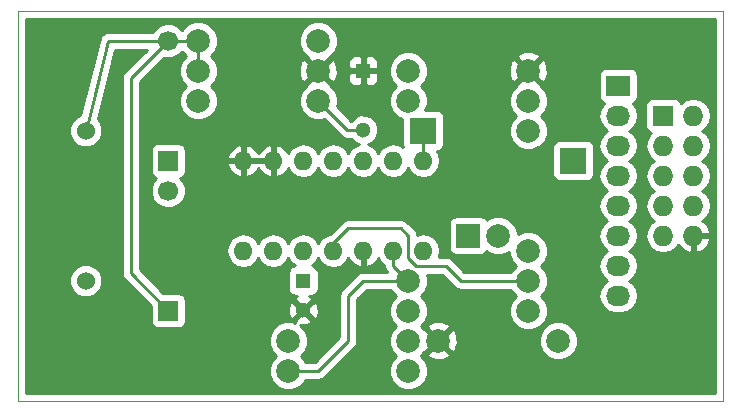
<source format=gbr>
G04 #@! TF.FileFunction,Copper,L2,Bot,Mixed*
%FSLAX46Y46*%
G04 Gerber Fmt 4.6, Leading zero omitted, Abs format (unit mm)*
G04 Created by KiCad (PCBNEW 4.0.1-stable) date Sonntag, 27. Dezember 2015 21:34:01*
%MOMM*%
G01*
G04 APERTURE LIST*
%ADD10C,0.100000*%
%ADD11R,1.300000X1.300000*%
%ADD12C,1.300000*%
%ADD13C,1.699260*%
%ADD14R,1.699260X1.699260*%
%ADD15R,2.000000X2.000000*%
%ADD16C,2.000000*%
%ADD17C,1.524000*%
%ADD18R,2.235200X2.235200*%
%ADD19R,2.032000X1.727200*%
%ADD20O,2.032000X1.727200*%
%ADD21R,1.727200X1.727200*%
%ADD22O,1.727200X1.727200*%
%ADD23C,1.998980*%
%ADD24O,1.600000X1.600000*%
%ADD25C,4.064000*%
%ADD26C,0.250000*%
%ADD27C,0.254000*%
G04 APERTURE END LIST*
D10*
X143510000Y-130810000D02*
X143510000Y-97790000D01*
X203200000Y-130810000D02*
X143510000Y-130810000D01*
X203200000Y-97790000D02*
X203200000Y-130810000D01*
X143510000Y-97790000D02*
X203200000Y-97790000D01*
D11*
X167640000Y-120650000D03*
D12*
X167640000Y-123150000D03*
D13*
X156207460Y-100329480D03*
D14*
X156207460Y-110489480D03*
D13*
X156207460Y-113029480D03*
D14*
X156207460Y-123189480D03*
D15*
X181610000Y-116840000D03*
D16*
X184150000Y-116840000D03*
D17*
X149225000Y-120650000D03*
X149225000Y-107950000D03*
D18*
X177800000Y-107950000D03*
X190500000Y-110490000D03*
D19*
X194310000Y-104140000D03*
D20*
X194310000Y-106680000D03*
X194310000Y-109220000D03*
X194310000Y-111760000D03*
X194310000Y-114300000D03*
X194310000Y-116840000D03*
X194310000Y-119380000D03*
X194310000Y-121920000D03*
D21*
X198120000Y-106680000D03*
D22*
X200660000Y-106680000D03*
X198120000Y-109220000D03*
X200660000Y-109220000D03*
X198120000Y-111760000D03*
X200660000Y-111760000D03*
X198120000Y-114300000D03*
X200660000Y-114300000D03*
X198120000Y-116840000D03*
X200660000Y-116840000D03*
D23*
X158750000Y-102870000D03*
X168910000Y-102870000D03*
X168910000Y-105410000D03*
X158750000Y-105410000D03*
X168910000Y-100330000D03*
X158750000Y-100330000D03*
X176530000Y-125730000D03*
X166370000Y-125730000D03*
X186690000Y-105410000D03*
X176530000Y-105410000D03*
X176530000Y-102870000D03*
X186690000Y-102870000D03*
X176530000Y-123190000D03*
X186690000Y-123190000D03*
X189230000Y-125730000D03*
X179070000Y-125730000D03*
X176530000Y-120650000D03*
X186690000Y-120650000D03*
X176530000Y-128270000D03*
X166370000Y-128270000D03*
X186690000Y-107950000D03*
X186690000Y-118110000D03*
D24*
X177800000Y-110490000D03*
X175260000Y-110490000D03*
X172720000Y-110490000D03*
X170180000Y-110490000D03*
X167640000Y-110490000D03*
X165100000Y-110490000D03*
X162560000Y-110490000D03*
X162560000Y-118110000D03*
X165100000Y-118110000D03*
X167640000Y-118110000D03*
X170180000Y-118110000D03*
X172720000Y-118110000D03*
X175260000Y-118110000D03*
X177800000Y-118110000D03*
D11*
X172720000Y-102870000D03*
D12*
X172720000Y-107870000D03*
D25*
X199390000Y-101600000D03*
X199390000Y-127000000D03*
X147320000Y-127000000D03*
X147320000Y-101600000D03*
D26*
X172720000Y-107870000D02*
X171370000Y-107870000D01*
X171370000Y-107870000D02*
X168910000Y-105410000D01*
X156207460Y-123189480D02*
X156207460Y-123187460D01*
X156207460Y-123187460D02*
X153035000Y-120015000D01*
X153035000Y-120015000D02*
X153035000Y-103501940D01*
X153035000Y-103501940D02*
X156207460Y-100329480D01*
X149225000Y-107950000D02*
X151130000Y-100330000D01*
X151130000Y-100330000D02*
X156206940Y-100330000D01*
X156206940Y-100330000D02*
X156207460Y-100329480D01*
X156207460Y-100329480D02*
X158749480Y-100329480D01*
X158749480Y-100329480D02*
X158750000Y-100330000D01*
X158750000Y-100330000D02*
X158750000Y-102870000D01*
X177800000Y-107950000D02*
X177800000Y-110490000D01*
X168910000Y-128270000D02*
X166370000Y-128270000D01*
X171450000Y-125730000D02*
X168910000Y-128270000D01*
X171450000Y-121920000D02*
X171450000Y-125730000D01*
X172720000Y-120650000D02*
X171450000Y-121920000D01*
X176530000Y-120650000D02*
X172720000Y-120650000D01*
X175260000Y-118110000D02*
X175260000Y-119380000D01*
X175260000Y-119380000D02*
X176530000Y-120650000D01*
X170180000Y-118110000D02*
X170180000Y-117475000D01*
X170180000Y-117475000D02*
X171450000Y-116205000D01*
X171450000Y-116205000D02*
X175895000Y-116205000D01*
X175895000Y-116205000D02*
X176530000Y-116840000D01*
X176530000Y-116840000D02*
X176530000Y-118745000D01*
X176530000Y-118745000D02*
X177165000Y-119380000D01*
X177165000Y-119380000D02*
X179705000Y-119380000D01*
X179705000Y-119380000D02*
X180975000Y-120650000D01*
X180975000Y-120650000D02*
X186690000Y-120650000D01*
D27*
G36*
X202515000Y-130125000D02*
X144195000Y-130125000D01*
X144195000Y-120926661D01*
X147827758Y-120926661D01*
X148039990Y-121440303D01*
X148432630Y-121833629D01*
X148945900Y-122046757D01*
X149501661Y-122047242D01*
X150015303Y-121835010D01*
X150408629Y-121442370D01*
X150621757Y-120929100D01*
X150622242Y-120373339D01*
X150410010Y-119859697D01*
X150017370Y-119466371D01*
X149504100Y-119253243D01*
X148948339Y-119252758D01*
X148434697Y-119464990D01*
X148041371Y-119857630D01*
X147828243Y-120370900D01*
X147827758Y-120926661D01*
X144195000Y-120926661D01*
X144195000Y-108226661D01*
X147827758Y-108226661D01*
X148039990Y-108740303D01*
X148432630Y-109133629D01*
X148945900Y-109346757D01*
X149501661Y-109347242D01*
X150015303Y-109135010D01*
X150408629Y-108742370D01*
X150621757Y-108229100D01*
X150622242Y-107673339D01*
X150410010Y-107159697D01*
X150246831Y-106996233D01*
X151723390Y-101090000D01*
X154372138Y-101090000D01*
X152497599Y-102964539D01*
X152332852Y-103211101D01*
X152275000Y-103501940D01*
X152275000Y-120015000D01*
X152332852Y-120305839D01*
X152497599Y-120552401D01*
X154710390Y-122765192D01*
X154710390Y-124039110D01*
X154754668Y-124274427D01*
X154893740Y-124490551D01*
X155105940Y-124635541D01*
X155357830Y-124686550D01*
X157057090Y-124686550D01*
X157292407Y-124642272D01*
X157508531Y-124503200D01*
X157653521Y-124291000D01*
X157704530Y-124039110D01*
X157704530Y-122969078D01*
X166342378Y-122969078D01*
X166371917Y-123479428D01*
X166510389Y-123813729D01*
X166740984Y-123869410D01*
X167460395Y-123150000D01*
X167819605Y-123150000D01*
X168539016Y-123869410D01*
X168769611Y-123813729D01*
X168937622Y-123330922D01*
X168908083Y-122820572D01*
X168769611Y-122486271D01*
X168539016Y-122430590D01*
X167819605Y-123150000D01*
X167460395Y-123150000D01*
X166740984Y-122430590D01*
X166510389Y-122486271D01*
X166342378Y-122969078D01*
X157704530Y-122969078D01*
X157704530Y-122339850D01*
X157660252Y-122104533D01*
X157521180Y-121888409D01*
X157308980Y-121743419D01*
X157057090Y-121692410D01*
X155787212Y-121692410D01*
X153795000Y-119700198D01*
X153795000Y-118081887D01*
X161125000Y-118081887D01*
X161125000Y-118138113D01*
X161234233Y-118687264D01*
X161545302Y-119152811D01*
X162010849Y-119463880D01*
X162560000Y-119573113D01*
X163109151Y-119463880D01*
X163574698Y-119152811D01*
X163830000Y-118770725D01*
X164085302Y-119152811D01*
X164550849Y-119463880D01*
X165100000Y-119573113D01*
X165649151Y-119463880D01*
X166114698Y-119152811D01*
X166370000Y-118770725D01*
X166625302Y-119152811D01*
X166938695Y-119362214D01*
X166754683Y-119396838D01*
X166538559Y-119535910D01*
X166393569Y-119748110D01*
X166342560Y-120000000D01*
X166342560Y-121300000D01*
X166386838Y-121535317D01*
X166525910Y-121751441D01*
X166738110Y-121896431D01*
X166990000Y-121947440D01*
X167152385Y-121947440D01*
X166976271Y-122020389D01*
X166920590Y-122250984D01*
X167640000Y-122970395D01*
X168359410Y-122250984D01*
X168303729Y-122020389D01*
X168094098Y-121947440D01*
X168290000Y-121947440D01*
X168525317Y-121903162D01*
X168741441Y-121764090D01*
X168886431Y-121551890D01*
X168937440Y-121300000D01*
X168937440Y-120000000D01*
X168893162Y-119764683D01*
X168754090Y-119548559D01*
X168541890Y-119403569D01*
X168340460Y-119362778D01*
X168654698Y-119152811D01*
X168910000Y-118770725D01*
X169165302Y-119152811D01*
X169630849Y-119463880D01*
X170180000Y-119573113D01*
X170729151Y-119463880D01*
X171194698Y-119152811D01*
X171464986Y-118748297D01*
X171567611Y-118965134D01*
X171982577Y-119341041D01*
X172370961Y-119501904D01*
X172593000Y-119379915D01*
X172593000Y-118237000D01*
X172573000Y-118237000D01*
X172573000Y-117983000D01*
X172593000Y-117983000D01*
X172593000Y-117963000D01*
X172847000Y-117963000D01*
X172847000Y-117983000D01*
X172867000Y-117983000D01*
X172867000Y-118237000D01*
X172847000Y-118237000D01*
X172847000Y-119379915D01*
X173069039Y-119501904D01*
X173457423Y-119341041D01*
X173872389Y-118965134D01*
X173975014Y-118748297D01*
X174245302Y-119152811D01*
X174500000Y-119322995D01*
X174500000Y-119380000D01*
X174557852Y-119670839D01*
X174704290Y-119890000D01*
X172720000Y-119890000D01*
X172429160Y-119947852D01*
X172182599Y-120112599D01*
X170912599Y-121382599D01*
X170747852Y-121629161D01*
X170690000Y-121920000D01*
X170690000Y-125415198D01*
X168595198Y-127510000D01*
X167824496Y-127510000D01*
X167756462Y-127345345D01*
X167411520Y-126999801D01*
X167754846Y-126657073D01*
X168004206Y-126056547D01*
X168004774Y-125406306D01*
X167756462Y-124805345D01*
X167367576Y-124415781D01*
X167459078Y-124447622D01*
X167969428Y-124418083D01*
X168303729Y-124279611D01*
X168359410Y-124049016D01*
X167640000Y-123329605D01*
X166920590Y-124049016D01*
X166958111Y-124204405D01*
X166696547Y-124095794D01*
X166046306Y-124095226D01*
X165445345Y-124343538D01*
X164985154Y-124802927D01*
X164735794Y-125403453D01*
X164735226Y-126053694D01*
X164983538Y-126654655D01*
X165328480Y-127000199D01*
X164985154Y-127342927D01*
X164735794Y-127943453D01*
X164735226Y-128593694D01*
X164983538Y-129194655D01*
X165442927Y-129654846D01*
X166043453Y-129904206D01*
X166693694Y-129904774D01*
X167294655Y-129656462D01*
X167754846Y-129197073D01*
X167824221Y-129030000D01*
X168910000Y-129030000D01*
X169200839Y-128972148D01*
X169447401Y-128807401D01*
X171987401Y-126267401D01*
X172152148Y-126020840D01*
X172174274Y-125909605D01*
X172210000Y-125730000D01*
X172210000Y-122234802D01*
X173034802Y-121410000D01*
X175075504Y-121410000D01*
X175143538Y-121574655D01*
X175488480Y-121920199D01*
X175145154Y-122262927D01*
X174895794Y-122863453D01*
X174895226Y-123513694D01*
X175143538Y-124114655D01*
X175488480Y-124460199D01*
X175145154Y-124802927D01*
X174895794Y-125403453D01*
X174895226Y-126053694D01*
X175143538Y-126654655D01*
X175488480Y-127000199D01*
X175145154Y-127342927D01*
X174895794Y-127943453D01*
X174895226Y-128593694D01*
X175143538Y-129194655D01*
X175602927Y-129654846D01*
X176203453Y-129904206D01*
X176853694Y-129904774D01*
X177454655Y-129656462D01*
X177914846Y-129197073D01*
X178164206Y-128596547D01*
X178164774Y-127946306D01*
X177916462Y-127345345D01*
X177571520Y-126999801D01*
X177689363Y-126882163D01*
X178097443Y-126882163D01*
X178196042Y-127148965D01*
X178805582Y-127375401D01*
X179455377Y-127351341D01*
X179943958Y-127148965D01*
X180042557Y-126882163D01*
X179070000Y-125909605D01*
X178097443Y-126882163D01*
X177689363Y-126882163D01*
X177882401Y-126689461D01*
X177917837Y-126702557D01*
X178890395Y-125730000D01*
X179249605Y-125730000D01*
X180222163Y-126702557D01*
X180488965Y-126603958D01*
X180693380Y-126053694D01*
X187595226Y-126053694D01*
X187843538Y-126654655D01*
X188302927Y-127114846D01*
X188903453Y-127364206D01*
X189553694Y-127364774D01*
X190154655Y-127116462D01*
X190614846Y-126657073D01*
X190864206Y-126056547D01*
X190864774Y-125406306D01*
X190616462Y-124805345D01*
X190157073Y-124345154D01*
X189556547Y-124095794D01*
X188906306Y-124095226D01*
X188305345Y-124343538D01*
X187845154Y-124802927D01*
X187595794Y-125403453D01*
X187595226Y-126053694D01*
X180693380Y-126053694D01*
X180715401Y-125994418D01*
X180691341Y-125344623D01*
X180488965Y-124856042D01*
X180222163Y-124757443D01*
X179249605Y-125730000D01*
X178890395Y-125730000D01*
X177917837Y-124757443D01*
X177881901Y-124770724D01*
X177689351Y-124577837D01*
X178097443Y-124577837D01*
X179070000Y-125550395D01*
X180042557Y-124577837D01*
X179943958Y-124311035D01*
X179334418Y-124084599D01*
X178684623Y-124108659D01*
X178196042Y-124311035D01*
X178097443Y-124577837D01*
X177689351Y-124577837D01*
X177571520Y-124459801D01*
X177914846Y-124117073D01*
X178164206Y-123516547D01*
X178164774Y-122866306D01*
X177916462Y-122265345D01*
X177571520Y-121919801D01*
X177914846Y-121577073D01*
X178164206Y-120976547D01*
X178164774Y-120326306D01*
X178087794Y-120140000D01*
X179390198Y-120140000D01*
X180437599Y-121187401D01*
X180684160Y-121352148D01*
X180975000Y-121410000D01*
X185235504Y-121410000D01*
X185303538Y-121574655D01*
X185648480Y-121920199D01*
X185305154Y-122262927D01*
X185055794Y-122863453D01*
X185055226Y-123513694D01*
X185303538Y-124114655D01*
X185762927Y-124574846D01*
X186363453Y-124824206D01*
X187013694Y-124824774D01*
X187614655Y-124576462D01*
X188074846Y-124117073D01*
X188324206Y-123516547D01*
X188324774Y-122866306D01*
X188076462Y-122265345D01*
X187731520Y-121919801D01*
X188074846Y-121577073D01*
X188324206Y-120976547D01*
X188324774Y-120326306D01*
X188076462Y-119725345D01*
X187731520Y-119379801D01*
X188074846Y-119037073D01*
X188324206Y-118436547D01*
X188324774Y-117786306D01*
X188076462Y-117185345D01*
X187617073Y-116725154D01*
X187016547Y-116475794D01*
X186366306Y-116475226D01*
X185785110Y-116715371D01*
X185785284Y-116516205D01*
X185536894Y-115915057D01*
X185077363Y-115454722D01*
X184476648Y-115205284D01*
X183826205Y-115204716D01*
X183225057Y-115453106D01*
X183158426Y-115519621D01*
X183074090Y-115388559D01*
X182861890Y-115243569D01*
X182610000Y-115192560D01*
X180610000Y-115192560D01*
X180374683Y-115236838D01*
X180158559Y-115375910D01*
X180013569Y-115588110D01*
X179962560Y-115840000D01*
X179962560Y-117840000D01*
X180006838Y-118075317D01*
X180145910Y-118291441D01*
X180358110Y-118436431D01*
X180610000Y-118487440D01*
X182610000Y-118487440D01*
X182845317Y-118443162D01*
X183061441Y-118304090D01*
X183158910Y-118161439D01*
X183222637Y-118225278D01*
X183823352Y-118474716D01*
X184473795Y-118475284D01*
X185055400Y-118234969D01*
X185055226Y-118433694D01*
X185303538Y-119034655D01*
X185648480Y-119380199D01*
X185305154Y-119722927D01*
X185235779Y-119890000D01*
X181289802Y-119890000D01*
X180242401Y-118842599D01*
X179995839Y-118677852D01*
X179705000Y-118620000D01*
X179139147Y-118620000D01*
X179235000Y-118138113D01*
X179235000Y-118081887D01*
X179125767Y-117532736D01*
X178814698Y-117067189D01*
X178349151Y-116756120D01*
X177800000Y-116646887D01*
X177272460Y-116751821D01*
X177232148Y-116549161D01*
X177067401Y-116302599D01*
X176432401Y-115667599D01*
X176185839Y-115502852D01*
X175895000Y-115445000D01*
X171450000Y-115445000D01*
X171159160Y-115502852D01*
X170912599Y-115667599D01*
X169872057Y-116708141D01*
X169630849Y-116756120D01*
X169165302Y-117067189D01*
X168910000Y-117449275D01*
X168654698Y-117067189D01*
X168189151Y-116756120D01*
X167640000Y-116646887D01*
X167090849Y-116756120D01*
X166625302Y-117067189D01*
X166370000Y-117449275D01*
X166114698Y-117067189D01*
X165649151Y-116756120D01*
X165100000Y-116646887D01*
X164550849Y-116756120D01*
X164085302Y-117067189D01*
X163830000Y-117449275D01*
X163574698Y-117067189D01*
X163109151Y-116756120D01*
X162560000Y-116646887D01*
X162010849Y-116756120D01*
X161545302Y-117067189D01*
X161234233Y-117532736D01*
X161125000Y-118081887D01*
X153795000Y-118081887D01*
X153795000Y-109639850D01*
X154710390Y-109639850D01*
X154710390Y-111339110D01*
X154754668Y-111574427D01*
X154893740Y-111790551D01*
X155105940Y-111935541D01*
X155185709Y-111951695D01*
X154949586Y-112187406D01*
X154723088Y-112732873D01*
X154722572Y-113323496D01*
X154948118Y-113869357D01*
X155365386Y-114287354D01*
X155910853Y-114513852D01*
X156501476Y-114514368D01*
X157047337Y-114288822D01*
X157465334Y-113871554D01*
X157691832Y-113326087D01*
X157692348Y-112735464D01*
X157466802Y-112189603D01*
X157231368Y-111953757D01*
X157292407Y-111942272D01*
X157508531Y-111803200D01*
X157653521Y-111591000D01*
X157704530Y-111339110D01*
X157704530Y-110839041D01*
X161168086Y-110839041D01*
X161407611Y-111345134D01*
X161822577Y-111721041D01*
X162210961Y-111881904D01*
X162433000Y-111759915D01*
X162433000Y-110617000D01*
X162687000Y-110617000D01*
X162687000Y-111759915D01*
X162909039Y-111881904D01*
X163297423Y-111721041D01*
X163712389Y-111345134D01*
X163830000Y-111096633D01*
X163947611Y-111345134D01*
X164362577Y-111721041D01*
X164750961Y-111881904D01*
X164973000Y-111759915D01*
X164973000Y-110617000D01*
X162687000Y-110617000D01*
X162433000Y-110617000D01*
X161289371Y-110617000D01*
X161168086Y-110839041D01*
X157704530Y-110839041D01*
X157704530Y-110140959D01*
X161168086Y-110140959D01*
X161289371Y-110363000D01*
X162433000Y-110363000D01*
X162433000Y-109220085D01*
X162687000Y-109220085D01*
X162687000Y-110363000D01*
X164973000Y-110363000D01*
X164973000Y-109220085D01*
X165227000Y-109220085D01*
X165227000Y-110363000D01*
X165247000Y-110363000D01*
X165247000Y-110617000D01*
X165227000Y-110617000D01*
X165227000Y-111759915D01*
X165449039Y-111881904D01*
X165837423Y-111721041D01*
X166252389Y-111345134D01*
X166355014Y-111128297D01*
X166625302Y-111532811D01*
X167090849Y-111843880D01*
X167640000Y-111953113D01*
X168189151Y-111843880D01*
X168654698Y-111532811D01*
X168910000Y-111150725D01*
X169165302Y-111532811D01*
X169630849Y-111843880D01*
X170180000Y-111953113D01*
X170729151Y-111843880D01*
X171194698Y-111532811D01*
X171450000Y-111150725D01*
X171705302Y-111532811D01*
X172170849Y-111843880D01*
X172720000Y-111953113D01*
X173269151Y-111843880D01*
X173734698Y-111532811D01*
X173990000Y-111150725D01*
X174245302Y-111532811D01*
X174710849Y-111843880D01*
X175260000Y-111953113D01*
X175809151Y-111843880D01*
X176274698Y-111532811D01*
X176530000Y-111150725D01*
X176785302Y-111532811D01*
X177250849Y-111843880D01*
X177800000Y-111953113D01*
X178349151Y-111843880D01*
X178814698Y-111532811D01*
X179125767Y-111067264D01*
X179235000Y-110518113D01*
X179235000Y-110461887D01*
X179125767Y-109912736D01*
X178985175Y-109702325D01*
X179152917Y-109670762D01*
X179369041Y-109531690D01*
X179514031Y-109319490D01*
X179565040Y-109067600D01*
X179565040Y-106832400D01*
X179520762Y-106597083D01*
X179381690Y-106380959D01*
X179169490Y-106235969D01*
X178917600Y-106184960D01*
X177978009Y-106184960D01*
X178164206Y-105736547D01*
X178164208Y-105733694D01*
X185055226Y-105733694D01*
X185303538Y-106334655D01*
X185648480Y-106680199D01*
X185305154Y-107022927D01*
X185055794Y-107623453D01*
X185055226Y-108273694D01*
X185303538Y-108874655D01*
X185762927Y-109334846D01*
X186363453Y-109584206D01*
X187013694Y-109584774D01*
X187527678Y-109372400D01*
X188734960Y-109372400D01*
X188734960Y-111607600D01*
X188779238Y-111842917D01*
X188918310Y-112059041D01*
X189130510Y-112204031D01*
X189382400Y-112255040D01*
X191617600Y-112255040D01*
X191852917Y-112210762D01*
X192069041Y-112071690D01*
X192214031Y-111859490D01*
X192265040Y-111607600D01*
X192265040Y-109372400D01*
X192220762Y-109137083D01*
X192081690Y-108920959D01*
X191869490Y-108775969D01*
X191617600Y-108724960D01*
X189382400Y-108724960D01*
X189147083Y-108769238D01*
X188930959Y-108908310D01*
X188785969Y-109120510D01*
X188734960Y-109372400D01*
X187527678Y-109372400D01*
X187614655Y-109336462D01*
X188074846Y-108877073D01*
X188324206Y-108276547D01*
X188324774Y-107626306D01*
X188076462Y-107025345D01*
X187731719Y-106680000D01*
X192626655Y-106680000D01*
X192740729Y-107253489D01*
X193065585Y-107739670D01*
X193380366Y-107950000D01*
X193065585Y-108160330D01*
X192740729Y-108646511D01*
X192626655Y-109220000D01*
X192740729Y-109793489D01*
X193065585Y-110279670D01*
X193380366Y-110490000D01*
X193065585Y-110700330D01*
X192740729Y-111186511D01*
X192626655Y-111760000D01*
X192740729Y-112333489D01*
X193065585Y-112819670D01*
X193380366Y-113030000D01*
X193065585Y-113240330D01*
X192740729Y-113726511D01*
X192626655Y-114300000D01*
X192740729Y-114873489D01*
X193065585Y-115359670D01*
X193380366Y-115570000D01*
X193065585Y-115780330D01*
X192740729Y-116266511D01*
X192626655Y-116840000D01*
X192740729Y-117413489D01*
X193065585Y-117899670D01*
X193380366Y-118110000D01*
X193065585Y-118320330D01*
X192740729Y-118806511D01*
X192626655Y-119380000D01*
X192740729Y-119953489D01*
X193065585Y-120439670D01*
X193380366Y-120650000D01*
X193065585Y-120860330D01*
X192740729Y-121346511D01*
X192626655Y-121920000D01*
X192740729Y-122493489D01*
X193065585Y-122979670D01*
X193551766Y-123304526D01*
X194125255Y-123418600D01*
X194494745Y-123418600D01*
X195068234Y-123304526D01*
X195554415Y-122979670D01*
X195879271Y-122493489D01*
X195993345Y-121920000D01*
X195879271Y-121346511D01*
X195554415Y-120860330D01*
X195239634Y-120650000D01*
X195554415Y-120439670D01*
X195879271Y-119953489D01*
X195993345Y-119380000D01*
X195879271Y-118806511D01*
X195554415Y-118320330D01*
X195239634Y-118110000D01*
X195554415Y-117899670D01*
X195879271Y-117413489D01*
X195993345Y-116840000D01*
X195879271Y-116266511D01*
X195554415Y-115780330D01*
X195239634Y-115570000D01*
X195554415Y-115359670D01*
X195879271Y-114873489D01*
X195993345Y-114300000D01*
X195879271Y-113726511D01*
X195554415Y-113240330D01*
X195239634Y-113030000D01*
X195554415Y-112819670D01*
X195879271Y-112333489D01*
X195993345Y-111760000D01*
X195879271Y-111186511D01*
X195554415Y-110700330D01*
X195239634Y-110490000D01*
X195554415Y-110279670D01*
X195879271Y-109793489D01*
X195993345Y-109220000D01*
X196592041Y-109220000D01*
X196706115Y-109793489D01*
X197030971Y-110279670D01*
X197345752Y-110490000D01*
X197030971Y-110700330D01*
X196706115Y-111186511D01*
X196592041Y-111760000D01*
X196706115Y-112333489D01*
X197030971Y-112819670D01*
X197345752Y-113030000D01*
X197030971Y-113240330D01*
X196706115Y-113726511D01*
X196592041Y-114300000D01*
X196706115Y-114873489D01*
X197030971Y-115359670D01*
X197345752Y-115570000D01*
X197030971Y-115780330D01*
X196706115Y-116266511D01*
X196592041Y-116840000D01*
X196706115Y-117413489D01*
X197030971Y-117899670D01*
X197517152Y-118224526D01*
X198090641Y-118338600D01*
X198149359Y-118338600D01*
X198722848Y-118224526D01*
X199209029Y-117899670D01*
X199389992Y-117628839D01*
X199771510Y-118046821D01*
X200300973Y-118294968D01*
X200533000Y-118174469D01*
X200533000Y-116967000D01*
X200787000Y-116967000D01*
X200787000Y-118174469D01*
X201019027Y-118294968D01*
X201548490Y-118046821D01*
X201942688Y-117614947D01*
X202114958Y-117199026D01*
X201993817Y-116967000D01*
X200787000Y-116967000D01*
X200533000Y-116967000D01*
X200513000Y-116967000D01*
X200513000Y-116713000D01*
X200533000Y-116713000D01*
X200533000Y-116693000D01*
X200787000Y-116693000D01*
X200787000Y-116713000D01*
X201993817Y-116713000D01*
X202114958Y-116480974D01*
X201942688Y-116065053D01*
X201548490Y-115633179D01*
X201425772Y-115575664D01*
X201749029Y-115359670D01*
X202073885Y-114873489D01*
X202187959Y-114300000D01*
X202073885Y-113726511D01*
X201749029Y-113240330D01*
X201434248Y-113030000D01*
X201749029Y-112819670D01*
X202073885Y-112333489D01*
X202187959Y-111760000D01*
X202073885Y-111186511D01*
X201749029Y-110700330D01*
X201434248Y-110490000D01*
X201749029Y-110279670D01*
X202073885Y-109793489D01*
X202187959Y-109220000D01*
X202073885Y-108646511D01*
X201749029Y-108160330D01*
X201434248Y-107950000D01*
X201749029Y-107739670D01*
X202073885Y-107253489D01*
X202187959Y-106680000D01*
X202073885Y-106106511D01*
X201749029Y-105620330D01*
X201262848Y-105295474D01*
X200689359Y-105181400D01*
X200630641Y-105181400D01*
X200057152Y-105295474D01*
X199591558Y-105606574D01*
X199586762Y-105581083D01*
X199447690Y-105364959D01*
X199235490Y-105219969D01*
X198983600Y-105168960D01*
X197256400Y-105168960D01*
X197021083Y-105213238D01*
X196804959Y-105352310D01*
X196659969Y-105564510D01*
X196608960Y-105816400D01*
X196608960Y-107543600D01*
X196653238Y-107778917D01*
X196792310Y-107995041D01*
X197004510Y-108140031D01*
X197048131Y-108148864D01*
X197030971Y-108160330D01*
X196706115Y-108646511D01*
X196592041Y-109220000D01*
X195993345Y-109220000D01*
X195879271Y-108646511D01*
X195554415Y-108160330D01*
X195239634Y-107950000D01*
X195554415Y-107739670D01*
X195879271Y-107253489D01*
X195993345Y-106680000D01*
X195879271Y-106106511D01*
X195554415Y-105620330D01*
X195540087Y-105610757D01*
X195561317Y-105606762D01*
X195777441Y-105467690D01*
X195922431Y-105255490D01*
X195973440Y-105003600D01*
X195973440Y-103276400D01*
X195929162Y-103041083D01*
X195790090Y-102824959D01*
X195577890Y-102679969D01*
X195326000Y-102628960D01*
X193294000Y-102628960D01*
X193058683Y-102673238D01*
X192842559Y-102812310D01*
X192697569Y-103024510D01*
X192646560Y-103276400D01*
X192646560Y-105003600D01*
X192690838Y-105238917D01*
X192829910Y-105455041D01*
X193042110Y-105600031D01*
X193083439Y-105608400D01*
X193065585Y-105620330D01*
X192740729Y-106106511D01*
X192626655Y-106680000D01*
X187731719Y-106680000D01*
X187731520Y-106679801D01*
X188074846Y-106337073D01*
X188324206Y-105736547D01*
X188324774Y-105086306D01*
X188076462Y-104485345D01*
X187649461Y-104057599D01*
X187662557Y-104022163D01*
X186690000Y-103049605D01*
X185717443Y-104022163D01*
X185730724Y-104058099D01*
X185305154Y-104482927D01*
X185055794Y-105083453D01*
X185055226Y-105733694D01*
X178164208Y-105733694D01*
X178164774Y-105086306D01*
X177916462Y-104485345D01*
X177571520Y-104139801D01*
X177914846Y-103797073D01*
X178164206Y-103196547D01*
X178164722Y-102605582D01*
X185044599Y-102605582D01*
X185068659Y-103255377D01*
X185271035Y-103743958D01*
X185537837Y-103842557D01*
X186510395Y-102870000D01*
X186869605Y-102870000D01*
X187842163Y-103842557D01*
X188108965Y-103743958D01*
X188335401Y-103134418D01*
X188311341Y-102484623D01*
X188108965Y-101996042D01*
X187842163Y-101897443D01*
X186869605Y-102870000D01*
X186510395Y-102870000D01*
X185537837Y-101897443D01*
X185271035Y-101996042D01*
X185044599Y-102605582D01*
X178164722Y-102605582D01*
X178164774Y-102546306D01*
X177916462Y-101945345D01*
X177689351Y-101717837D01*
X185717443Y-101717837D01*
X186690000Y-102690395D01*
X187662557Y-101717837D01*
X187563958Y-101451035D01*
X186954418Y-101224599D01*
X186304623Y-101248659D01*
X185816042Y-101451035D01*
X185717443Y-101717837D01*
X177689351Y-101717837D01*
X177457073Y-101485154D01*
X176856547Y-101235794D01*
X176206306Y-101235226D01*
X175605345Y-101483538D01*
X175145154Y-101942927D01*
X174895794Y-102543453D01*
X174895226Y-103193694D01*
X175143538Y-103794655D01*
X175488480Y-104140199D01*
X175145154Y-104482927D01*
X174895794Y-105083453D01*
X174895226Y-105733694D01*
X175143538Y-106334655D01*
X175602927Y-106794846D01*
X176034960Y-106974242D01*
X176034960Y-109067600D01*
X176079238Y-109302917D01*
X176094669Y-109326897D01*
X175809151Y-109136120D01*
X175260000Y-109026887D01*
X174710849Y-109136120D01*
X174245302Y-109447189D01*
X173990000Y-109829275D01*
X173734698Y-109447189D01*
X173269151Y-109136120D01*
X173101447Y-109102762D01*
X173446943Y-108960005D01*
X173808735Y-108598845D01*
X174004777Y-108126724D01*
X174005223Y-107615519D01*
X173810005Y-107143057D01*
X173448845Y-106781265D01*
X172976724Y-106585223D01*
X172465519Y-106584777D01*
X171993057Y-106779995D01*
X171673648Y-107098846D01*
X170475885Y-105901083D01*
X170544206Y-105736547D01*
X170544774Y-105086306D01*
X170296462Y-104485345D01*
X169869461Y-104057599D01*
X169882557Y-104022163D01*
X168910000Y-103049605D01*
X167937443Y-104022163D01*
X167950724Y-104058099D01*
X167525154Y-104482927D01*
X167275794Y-105083453D01*
X167275226Y-105733694D01*
X167523538Y-106334655D01*
X167982927Y-106794846D01*
X168583453Y-107044206D01*
X169233694Y-107044774D01*
X169400889Y-106975691D01*
X170832599Y-108407401D01*
X171079160Y-108572148D01*
X171370000Y-108630000D01*
X171662994Y-108630000D01*
X171991155Y-108958735D01*
X172338185Y-109102835D01*
X172170849Y-109136120D01*
X171705302Y-109447189D01*
X171450000Y-109829275D01*
X171194698Y-109447189D01*
X170729151Y-109136120D01*
X170180000Y-109026887D01*
X169630849Y-109136120D01*
X169165302Y-109447189D01*
X168910000Y-109829275D01*
X168654698Y-109447189D01*
X168189151Y-109136120D01*
X167640000Y-109026887D01*
X167090849Y-109136120D01*
X166625302Y-109447189D01*
X166355014Y-109851703D01*
X166252389Y-109634866D01*
X165837423Y-109258959D01*
X165449039Y-109098096D01*
X165227000Y-109220085D01*
X164973000Y-109220085D01*
X164750961Y-109098096D01*
X164362577Y-109258959D01*
X163947611Y-109634866D01*
X163830000Y-109883367D01*
X163712389Y-109634866D01*
X163297423Y-109258959D01*
X162909039Y-109098096D01*
X162687000Y-109220085D01*
X162433000Y-109220085D01*
X162210961Y-109098096D01*
X161822577Y-109258959D01*
X161407611Y-109634866D01*
X161168086Y-110140959D01*
X157704530Y-110140959D01*
X157704530Y-109639850D01*
X157660252Y-109404533D01*
X157521180Y-109188409D01*
X157308980Y-109043419D01*
X157057090Y-108992410D01*
X155357830Y-108992410D01*
X155122513Y-109036688D01*
X154906389Y-109175760D01*
X154761399Y-109387960D01*
X154710390Y-109639850D01*
X153795000Y-109639850D01*
X153795000Y-103816742D01*
X155831034Y-101780708D01*
X155910853Y-101813852D01*
X156501476Y-101814368D01*
X157047337Y-101588822D01*
X157372797Y-101263930D01*
X157708480Y-101600199D01*
X157365154Y-101942927D01*
X157115794Y-102543453D01*
X157115226Y-103193694D01*
X157363538Y-103794655D01*
X157708480Y-104140199D01*
X157365154Y-104482927D01*
X157115794Y-105083453D01*
X157115226Y-105733694D01*
X157363538Y-106334655D01*
X157822927Y-106794846D01*
X158423453Y-107044206D01*
X159073694Y-107044774D01*
X159674655Y-106796462D01*
X160134846Y-106337073D01*
X160384206Y-105736547D01*
X160384774Y-105086306D01*
X160136462Y-104485345D01*
X159791520Y-104139801D01*
X160134846Y-103797073D01*
X160384206Y-103196547D01*
X160384722Y-102605582D01*
X167264599Y-102605582D01*
X167288659Y-103255377D01*
X167491035Y-103743958D01*
X167757837Y-103842557D01*
X168730395Y-102870000D01*
X169089605Y-102870000D01*
X170062163Y-103842557D01*
X170328965Y-103743958D01*
X170547476Y-103155750D01*
X171435000Y-103155750D01*
X171435000Y-103646309D01*
X171531673Y-103879698D01*
X171710301Y-104058327D01*
X171943690Y-104155000D01*
X172434250Y-104155000D01*
X172593000Y-103996250D01*
X172593000Y-102997000D01*
X172847000Y-102997000D01*
X172847000Y-103996250D01*
X173005750Y-104155000D01*
X173496310Y-104155000D01*
X173729699Y-104058327D01*
X173908327Y-103879698D01*
X174005000Y-103646309D01*
X174005000Y-103155750D01*
X173846250Y-102997000D01*
X172847000Y-102997000D01*
X172593000Y-102997000D01*
X171593750Y-102997000D01*
X171435000Y-103155750D01*
X170547476Y-103155750D01*
X170555401Y-103134418D01*
X170531341Y-102484623D01*
X170369413Y-102093691D01*
X171435000Y-102093691D01*
X171435000Y-102584250D01*
X171593750Y-102743000D01*
X172593000Y-102743000D01*
X172593000Y-101743750D01*
X172847000Y-101743750D01*
X172847000Y-102743000D01*
X173846250Y-102743000D01*
X174005000Y-102584250D01*
X174005000Y-102093691D01*
X173908327Y-101860302D01*
X173729699Y-101681673D01*
X173496310Y-101585000D01*
X173005750Y-101585000D01*
X172847000Y-101743750D01*
X172593000Y-101743750D01*
X172434250Y-101585000D01*
X171943690Y-101585000D01*
X171710301Y-101681673D01*
X171531673Y-101860302D01*
X171435000Y-102093691D01*
X170369413Y-102093691D01*
X170328965Y-101996042D01*
X170062163Y-101897443D01*
X169089605Y-102870000D01*
X168730395Y-102870000D01*
X167757837Y-101897443D01*
X167491035Y-101996042D01*
X167264599Y-102605582D01*
X160384722Y-102605582D01*
X160384774Y-102546306D01*
X160136462Y-101945345D01*
X159791520Y-101599801D01*
X160134846Y-101257073D01*
X160384206Y-100656547D01*
X160384208Y-100653694D01*
X167275226Y-100653694D01*
X167523538Y-101254655D01*
X167950539Y-101682401D01*
X167937443Y-101717837D01*
X168910000Y-102690395D01*
X169882557Y-101717837D01*
X169869276Y-101681901D01*
X170294846Y-101257073D01*
X170544206Y-100656547D01*
X170544774Y-100006306D01*
X170296462Y-99405345D01*
X169837073Y-98945154D01*
X169236547Y-98695794D01*
X168586306Y-98695226D01*
X167985345Y-98943538D01*
X167525154Y-99402927D01*
X167275794Y-100003453D01*
X167275226Y-100653694D01*
X160384208Y-100653694D01*
X160384774Y-100006306D01*
X160136462Y-99405345D01*
X159677073Y-98945154D01*
X159076547Y-98695794D01*
X158426306Y-98695226D01*
X157825345Y-98943538D01*
X157372729Y-99395365D01*
X157049534Y-99071606D01*
X156504067Y-98845108D01*
X155913444Y-98844592D01*
X155367583Y-99070138D01*
X154949586Y-99487406D01*
X154915290Y-99570000D01*
X151130000Y-99570000D01*
X151074577Y-99581024D01*
X151018141Y-99578278D01*
X150930489Y-99609686D01*
X150839161Y-99627852D01*
X150792177Y-99659245D01*
X150738983Y-99678306D01*
X150670020Y-99740868D01*
X150592599Y-99792599D01*
X150561205Y-99839583D01*
X150519355Y-99877549D01*
X150479582Y-99961741D01*
X150427852Y-100039161D01*
X150416828Y-100094581D01*
X150392692Y-100145673D01*
X148772787Y-106625295D01*
X148434697Y-106764990D01*
X148041371Y-107157630D01*
X147828243Y-107670900D01*
X147827758Y-108226661D01*
X144195000Y-108226661D01*
X144195000Y-98475000D01*
X202515000Y-98475000D01*
X202515000Y-130125000D01*
X202515000Y-130125000D01*
G37*
X202515000Y-130125000D02*
X144195000Y-130125000D01*
X144195000Y-120926661D01*
X147827758Y-120926661D01*
X148039990Y-121440303D01*
X148432630Y-121833629D01*
X148945900Y-122046757D01*
X149501661Y-122047242D01*
X150015303Y-121835010D01*
X150408629Y-121442370D01*
X150621757Y-120929100D01*
X150622242Y-120373339D01*
X150410010Y-119859697D01*
X150017370Y-119466371D01*
X149504100Y-119253243D01*
X148948339Y-119252758D01*
X148434697Y-119464990D01*
X148041371Y-119857630D01*
X147828243Y-120370900D01*
X147827758Y-120926661D01*
X144195000Y-120926661D01*
X144195000Y-108226661D01*
X147827758Y-108226661D01*
X148039990Y-108740303D01*
X148432630Y-109133629D01*
X148945900Y-109346757D01*
X149501661Y-109347242D01*
X150015303Y-109135010D01*
X150408629Y-108742370D01*
X150621757Y-108229100D01*
X150622242Y-107673339D01*
X150410010Y-107159697D01*
X150246831Y-106996233D01*
X151723390Y-101090000D01*
X154372138Y-101090000D01*
X152497599Y-102964539D01*
X152332852Y-103211101D01*
X152275000Y-103501940D01*
X152275000Y-120015000D01*
X152332852Y-120305839D01*
X152497599Y-120552401D01*
X154710390Y-122765192D01*
X154710390Y-124039110D01*
X154754668Y-124274427D01*
X154893740Y-124490551D01*
X155105940Y-124635541D01*
X155357830Y-124686550D01*
X157057090Y-124686550D01*
X157292407Y-124642272D01*
X157508531Y-124503200D01*
X157653521Y-124291000D01*
X157704530Y-124039110D01*
X157704530Y-122969078D01*
X166342378Y-122969078D01*
X166371917Y-123479428D01*
X166510389Y-123813729D01*
X166740984Y-123869410D01*
X167460395Y-123150000D01*
X167819605Y-123150000D01*
X168539016Y-123869410D01*
X168769611Y-123813729D01*
X168937622Y-123330922D01*
X168908083Y-122820572D01*
X168769611Y-122486271D01*
X168539016Y-122430590D01*
X167819605Y-123150000D01*
X167460395Y-123150000D01*
X166740984Y-122430590D01*
X166510389Y-122486271D01*
X166342378Y-122969078D01*
X157704530Y-122969078D01*
X157704530Y-122339850D01*
X157660252Y-122104533D01*
X157521180Y-121888409D01*
X157308980Y-121743419D01*
X157057090Y-121692410D01*
X155787212Y-121692410D01*
X153795000Y-119700198D01*
X153795000Y-118081887D01*
X161125000Y-118081887D01*
X161125000Y-118138113D01*
X161234233Y-118687264D01*
X161545302Y-119152811D01*
X162010849Y-119463880D01*
X162560000Y-119573113D01*
X163109151Y-119463880D01*
X163574698Y-119152811D01*
X163830000Y-118770725D01*
X164085302Y-119152811D01*
X164550849Y-119463880D01*
X165100000Y-119573113D01*
X165649151Y-119463880D01*
X166114698Y-119152811D01*
X166370000Y-118770725D01*
X166625302Y-119152811D01*
X166938695Y-119362214D01*
X166754683Y-119396838D01*
X166538559Y-119535910D01*
X166393569Y-119748110D01*
X166342560Y-120000000D01*
X166342560Y-121300000D01*
X166386838Y-121535317D01*
X166525910Y-121751441D01*
X166738110Y-121896431D01*
X166990000Y-121947440D01*
X167152385Y-121947440D01*
X166976271Y-122020389D01*
X166920590Y-122250984D01*
X167640000Y-122970395D01*
X168359410Y-122250984D01*
X168303729Y-122020389D01*
X168094098Y-121947440D01*
X168290000Y-121947440D01*
X168525317Y-121903162D01*
X168741441Y-121764090D01*
X168886431Y-121551890D01*
X168937440Y-121300000D01*
X168937440Y-120000000D01*
X168893162Y-119764683D01*
X168754090Y-119548559D01*
X168541890Y-119403569D01*
X168340460Y-119362778D01*
X168654698Y-119152811D01*
X168910000Y-118770725D01*
X169165302Y-119152811D01*
X169630849Y-119463880D01*
X170180000Y-119573113D01*
X170729151Y-119463880D01*
X171194698Y-119152811D01*
X171464986Y-118748297D01*
X171567611Y-118965134D01*
X171982577Y-119341041D01*
X172370961Y-119501904D01*
X172593000Y-119379915D01*
X172593000Y-118237000D01*
X172573000Y-118237000D01*
X172573000Y-117983000D01*
X172593000Y-117983000D01*
X172593000Y-117963000D01*
X172847000Y-117963000D01*
X172847000Y-117983000D01*
X172867000Y-117983000D01*
X172867000Y-118237000D01*
X172847000Y-118237000D01*
X172847000Y-119379915D01*
X173069039Y-119501904D01*
X173457423Y-119341041D01*
X173872389Y-118965134D01*
X173975014Y-118748297D01*
X174245302Y-119152811D01*
X174500000Y-119322995D01*
X174500000Y-119380000D01*
X174557852Y-119670839D01*
X174704290Y-119890000D01*
X172720000Y-119890000D01*
X172429160Y-119947852D01*
X172182599Y-120112599D01*
X170912599Y-121382599D01*
X170747852Y-121629161D01*
X170690000Y-121920000D01*
X170690000Y-125415198D01*
X168595198Y-127510000D01*
X167824496Y-127510000D01*
X167756462Y-127345345D01*
X167411520Y-126999801D01*
X167754846Y-126657073D01*
X168004206Y-126056547D01*
X168004774Y-125406306D01*
X167756462Y-124805345D01*
X167367576Y-124415781D01*
X167459078Y-124447622D01*
X167969428Y-124418083D01*
X168303729Y-124279611D01*
X168359410Y-124049016D01*
X167640000Y-123329605D01*
X166920590Y-124049016D01*
X166958111Y-124204405D01*
X166696547Y-124095794D01*
X166046306Y-124095226D01*
X165445345Y-124343538D01*
X164985154Y-124802927D01*
X164735794Y-125403453D01*
X164735226Y-126053694D01*
X164983538Y-126654655D01*
X165328480Y-127000199D01*
X164985154Y-127342927D01*
X164735794Y-127943453D01*
X164735226Y-128593694D01*
X164983538Y-129194655D01*
X165442927Y-129654846D01*
X166043453Y-129904206D01*
X166693694Y-129904774D01*
X167294655Y-129656462D01*
X167754846Y-129197073D01*
X167824221Y-129030000D01*
X168910000Y-129030000D01*
X169200839Y-128972148D01*
X169447401Y-128807401D01*
X171987401Y-126267401D01*
X172152148Y-126020840D01*
X172174274Y-125909605D01*
X172210000Y-125730000D01*
X172210000Y-122234802D01*
X173034802Y-121410000D01*
X175075504Y-121410000D01*
X175143538Y-121574655D01*
X175488480Y-121920199D01*
X175145154Y-122262927D01*
X174895794Y-122863453D01*
X174895226Y-123513694D01*
X175143538Y-124114655D01*
X175488480Y-124460199D01*
X175145154Y-124802927D01*
X174895794Y-125403453D01*
X174895226Y-126053694D01*
X175143538Y-126654655D01*
X175488480Y-127000199D01*
X175145154Y-127342927D01*
X174895794Y-127943453D01*
X174895226Y-128593694D01*
X175143538Y-129194655D01*
X175602927Y-129654846D01*
X176203453Y-129904206D01*
X176853694Y-129904774D01*
X177454655Y-129656462D01*
X177914846Y-129197073D01*
X178164206Y-128596547D01*
X178164774Y-127946306D01*
X177916462Y-127345345D01*
X177571520Y-126999801D01*
X177689363Y-126882163D01*
X178097443Y-126882163D01*
X178196042Y-127148965D01*
X178805582Y-127375401D01*
X179455377Y-127351341D01*
X179943958Y-127148965D01*
X180042557Y-126882163D01*
X179070000Y-125909605D01*
X178097443Y-126882163D01*
X177689363Y-126882163D01*
X177882401Y-126689461D01*
X177917837Y-126702557D01*
X178890395Y-125730000D01*
X179249605Y-125730000D01*
X180222163Y-126702557D01*
X180488965Y-126603958D01*
X180693380Y-126053694D01*
X187595226Y-126053694D01*
X187843538Y-126654655D01*
X188302927Y-127114846D01*
X188903453Y-127364206D01*
X189553694Y-127364774D01*
X190154655Y-127116462D01*
X190614846Y-126657073D01*
X190864206Y-126056547D01*
X190864774Y-125406306D01*
X190616462Y-124805345D01*
X190157073Y-124345154D01*
X189556547Y-124095794D01*
X188906306Y-124095226D01*
X188305345Y-124343538D01*
X187845154Y-124802927D01*
X187595794Y-125403453D01*
X187595226Y-126053694D01*
X180693380Y-126053694D01*
X180715401Y-125994418D01*
X180691341Y-125344623D01*
X180488965Y-124856042D01*
X180222163Y-124757443D01*
X179249605Y-125730000D01*
X178890395Y-125730000D01*
X177917837Y-124757443D01*
X177881901Y-124770724D01*
X177689351Y-124577837D01*
X178097443Y-124577837D01*
X179070000Y-125550395D01*
X180042557Y-124577837D01*
X179943958Y-124311035D01*
X179334418Y-124084599D01*
X178684623Y-124108659D01*
X178196042Y-124311035D01*
X178097443Y-124577837D01*
X177689351Y-124577837D01*
X177571520Y-124459801D01*
X177914846Y-124117073D01*
X178164206Y-123516547D01*
X178164774Y-122866306D01*
X177916462Y-122265345D01*
X177571520Y-121919801D01*
X177914846Y-121577073D01*
X178164206Y-120976547D01*
X178164774Y-120326306D01*
X178087794Y-120140000D01*
X179390198Y-120140000D01*
X180437599Y-121187401D01*
X180684160Y-121352148D01*
X180975000Y-121410000D01*
X185235504Y-121410000D01*
X185303538Y-121574655D01*
X185648480Y-121920199D01*
X185305154Y-122262927D01*
X185055794Y-122863453D01*
X185055226Y-123513694D01*
X185303538Y-124114655D01*
X185762927Y-124574846D01*
X186363453Y-124824206D01*
X187013694Y-124824774D01*
X187614655Y-124576462D01*
X188074846Y-124117073D01*
X188324206Y-123516547D01*
X188324774Y-122866306D01*
X188076462Y-122265345D01*
X187731520Y-121919801D01*
X188074846Y-121577073D01*
X188324206Y-120976547D01*
X188324774Y-120326306D01*
X188076462Y-119725345D01*
X187731520Y-119379801D01*
X188074846Y-119037073D01*
X188324206Y-118436547D01*
X188324774Y-117786306D01*
X188076462Y-117185345D01*
X187617073Y-116725154D01*
X187016547Y-116475794D01*
X186366306Y-116475226D01*
X185785110Y-116715371D01*
X185785284Y-116516205D01*
X185536894Y-115915057D01*
X185077363Y-115454722D01*
X184476648Y-115205284D01*
X183826205Y-115204716D01*
X183225057Y-115453106D01*
X183158426Y-115519621D01*
X183074090Y-115388559D01*
X182861890Y-115243569D01*
X182610000Y-115192560D01*
X180610000Y-115192560D01*
X180374683Y-115236838D01*
X180158559Y-115375910D01*
X180013569Y-115588110D01*
X179962560Y-115840000D01*
X179962560Y-117840000D01*
X180006838Y-118075317D01*
X180145910Y-118291441D01*
X180358110Y-118436431D01*
X180610000Y-118487440D01*
X182610000Y-118487440D01*
X182845317Y-118443162D01*
X183061441Y-118304090D01*
X183158910Y-118161439D01*
X183222637Y-118225278D01*
X183823352Y-118474716D01*
X184473795Y-118475284D01*
X185055400Y-118234969D01*
X185055226Y-118433694D01*
X185303538Y-119034655D01*
X185648480Y-119380199D01*
X185305154Y-119722927D01*
X185235779Y-119890000D01*
X181289802Y-119890000D01*
X180242401Y-118842599D01*
X179995839Y-118677852D01*
X179705000Y-118620000D01*
X179139147Y-118620000D01*
X179235000Y-118138113D01*
X179235000Y-118081887D01*
X179125767Y-117532736D01*
X178814698Y-117067189D01*
X178349151Y-116756120D01*
X177800000Y-116646887D01*
X177272460Y-116751821D01*
X177232148Y-116549161D01*
X177067401Y-116302599D01*
X176432401Y-115667599D01*
X176185839Y-115502852D01*
X175895000Y-115445000D01*
X171450000Y-115445000D01*
X171159160Y-115502852D01*
X170912599Y-115667599D01*
X169872057Y-116708141D01*
X169630849Y-116756120D01*
X169165302Y-117067189D01*
X168910000Y-117449275D01*
X168654698Y-117067189D01*
X168189151Y-116756120D01*
X167640000Y-116646887D01*
X167090849Y-116756120D01*
X166625302Y-117067189D01*
X166370000Y-117449275D01*
X166114698Y-117067189D01*
X165649151Y-116756120D01*
X165100000Y-116646887D01*
X164550849Y-116756120D01*
X164085302Y-117067189D01*
X163830000Y-117449275D01*
X163574698Y-117067189D01*
X163109151Y-116756120D01*
X162560000Y-116646887D01*
X162010849Y-116756120D01*
X161545302Y-117067189D01*
X161234233Y-117532736D01*
X161125000Y-118081887D01*
X153795000Y-118081887D01*
X153795000Y-109639850D01*
X154710390Y-109639850D01*
X154710390Y-111339110D01*
X154754668Y-111574427D01*
X154893740Y-111790551D01*
X155105940Y-111935541D01*
X155185709Y-111951695D01*
X154949586Y-112187406D01*
X154723088Y-112732873D01*
X154722572Y-113323496D01*
X154948118Y-113869357D01*
X155365386Y-114287354D01*
X155910853Y-114513852D01*
X156501476Y-114514368D01*
X157047337Y-114288822D01*
X157465334Y-113871554D01*
X157691832Y-113326087D01*
X157692348Y-112735464D01*
X157466802Y-112189603D01*
X157231368Y-111953757D01*
X157292407Y-111942272D01*
X157508531Y-111803200D01*
X157653521Y-111591000D01*
X157704530Y-111339110D01*
X157704530Y-110839041D01*
X161168086Y-110839041D01*
X161407611Y-111345134D01*
X161822577Y-111721041D01*
X162210961Y-111881904D01*
X162433000Y-111759915D01*
X162433000Y-110617000D01*
X162687000Y-110617000D01*
X162687000Y-111759915D01*
X162909039Y-111881904D01*
X163297423Y-111721041D01*
X163712389Y-111345134D01*
X163830000Y-111096633D01*
X163947611Y-111345134D01*
X164362577Y-111721041D01*
X164750961Y-111881904D01*
X164973000Y-111759915D01*
X164973000Y-110617000D01*
X162687000Y-110617000D01*
X162433000Y-110617000D01*
X161289371Y-110617000D01*
X161168086Y-110839041D01*
X157704530Y-110839041D01*
X157704530Y-110140959D01*
X161168086Y-110140959D01*
X161289371Y-110363000D01*
X162433000Y-110363000D01*
X162433000Y-109220085D01*
X162687000Y-109220085D01*
X162687000Y-110363000D01*
X164973000Y-110363000D01*
X164973000Y-109220085D01*
X165227000Y-109220085D01*
X165227000Y-110363000D01*
X165247000Y-110363000D01*
X165247000Y-110617000D01*
X165227000Y-110617000D01*
X165227000Y-111759915D01*
X165449039Y-111881904D01*
X165837423Y-111721041D01*
X166252389Y-111345134D01*
X166355014Y-111128297D01*
X166625302Y-111532811D01*
X167090849Y-111843880D01*
X167640000Y-111953113D01*
X168189151Y-111843880D01*
X168654698Y-111532811D01*
X168910000Y-111150725D01*
X169165302Y-111532811D01*
X169630849Y-111843880D01*
X170180000Y-111953113D01*
X170729151Y-111843880D01*
X171194698Y-111532811D01*
X171450000Y-111150725D01*
X171705302Y-111532811D01*
X172170849Y-111843880D01*
X172720000Y-111953113D01*
X173269151Y-111843880D01*
X173734698Y-111532811D01*
X173990000Y-111150725D01*
X174245302Y-111532811D01*
X174710849Y-111843880D01*
X175260000Y-111953113D01*
X175809151Y-111843880D01*
X176274698Y-111532811D01*
X176530000Y-111150725D01*
X176785302Y-111532811D01*
X177250849Y-111843880D01*
X177800000Y-111953113D01*
X178349151Y-111843880D01*
X178814698Y-111532811D01*
X179125767Y-111067264D01*
X179235000Y-110518113D01*
X179235000Y-110461887D01*
X179125767Y-109912736D01*
X178985175Y-109702325D01*
X179152917Y-109670762D01*
X179369041Y-109531690D01*
X179514031Y-109319490D01*
X179565040Y-109067600D01*
X179565040Y-106832400D01*
X179520762Y-106597083D01*
X179381690Y-106380959D01*
X179169490Y-106235969D01*
X178917600Y-106184960D01*
X177978009Y-106184960D01*
X178164206Y-105736547D01*
X178164208Y-105733694D01*
X185055226Y-105733694D01*
X185303538Y-106334655D01*
X185648480Y-106680199D01*
X185305154Y-107022927D01*
X185055794Y-107623453D01*
X185055226Y-108273694D01*
X185303538Y-108874655D01*
X185762927Y-109334846D01*
X186363453Y-109584206D01*
X187013694Y-109584774D01*
X187527678Y-109372400D01*
X188734960Y-109372400D01*
X188734960Y-111607600D01*
X188779238Y-111842917D01*
X188918310Y-112059041D01*
X189130510Y-112204031D01*
X189382400Y-112255040D01*
X191617600Y-112255040D01*
X191852917Y-112210762D01*
X192069041Y-112071690D01*
X192214031Y-111859490D01*
X192265040Y-111607600D01*
X192265040Y-109372400D01*
X192220762Y-109137083D01*
X192081690Y-108920959D01*
X191869490Y-108775969D01*
X191617600Y-108724960D01*
X189382400Y-108724960D01*
X189147083Y-108769238D01*
X188930959Y-108908310D01*
X188785969Y-109120510D01*
X188734960Y-109372400D01*
X187527678Y-109372400D01*
X187614655Y-109336462D01*
X188074846Y-108877073D01*
X188324206Y-108276547D01*
X188324774Y-107626306D01*
X188076462Y-107025345D01*
X187731719Y-106680000D01*
X192626655Y-106680000D01*
X192740729Y-107253489D01*
X193065585Y-107739670D01*
X193380366Y-107950000D01*
X193065585Y-108160330D01*
X192740729Y-108646511D01*
X192626655Y-109220000D01*
X192740729Y-109793489D01*
X193065585Y-110279670D01*
X193380366Y-110490000D01*
X193065585Y-110700330D01*
X192740729Y-111186511D01*
X192626655Y-111760000D01*
X192740729Y-112333489D01*
X193065585Y-112819670D01*
X193380366Y-113030000D01*
X193065585Y-113240330D01*
X192740729Y-113726511D01*
X192626655Y-114300000D01*
X192740729Y-114873489D01*
X193065585Y-115359670D01*
X193380366Y-115570000D01*
X193065585Y-115780330D01*
X192740729Y-116266511D01*
X192626655Y-116840000D01*
X192740729Y-117413489D01*
X193065585Y-117899670D01*
X193380366Y-118110000D01*
X193065585Y-118320330D01*
X192740729Y-118806511D01*
X192626655Y-119380000D01*
X192740729Y-119953489D01*
X193065585Y-120439670D01*
X193380366Y-120650000D01*
X193065585Y-120860330D01*
X192740729Y-121346511D01*
X192626655Y-121920000D01*
X192740729Y-122493489D01*
X193065585Y-122979670D01*
X193551766Y-123304526D01*
X194125255Y-123418600D01*
X194494745Y-123418600D01*
X195068234Y-123304526D01*
X195554415Y-122979670D01*
X195879271Y-122493489D01*
X195993345Y-121920000D01*
X195879271Y-121346511D01*
X195554415Y-120860330D01*
X195239634Y-120650000D01*
X195554415Y-120439670D01*
X195879271Y-119953489D01*
X195993345Y-119380000D01*
X195879271Y-118806511D01*
X195554415Y-118320330D01*
X195239634Y-118110000D01*
X195554415Y-117899670D01*
X195879271Y-117413489D01*
X195993345Y-116840000D01*
X195879271Y-116266511D01*
X195554415Y-115780330D01*
X195239634Y-115570000D01*
X195554415Y-115359670D01*
X195879271Y-114873489D01*
X195993345Y-114300000D01*
X195879271Y-113726511D01*
X195554415Y-113240330D01*
X195239634Y-113030000D01*
X195554415Y-112819670D01*
X195879271Y-112333489D01*
X195993345Y-111760000D01*
X195879271Y-111186511D01*
X195554415Y-110700330D01*
X195239634Y-110490000D01*
X195554415Y-110279670D01*
X195879271Y-109793489D01*
X195993345Y-109220000D01*
X196592041Y-109220000D01*
X196706115Y-109793489D01*
X197030971Y-110279670D01*
X197345752Y-110490000D01*
X197030971Y-110700330D01*
X196706115Y-111186511D01*
X196592041Y-111760000D01*
X196706115Y-112333489D01*
X197030971Y-112819670D01*
X197345752Y-113030000D01*
X197030971Y-113240330D01*
X196706115Y-113726511D01*
X196592041Y-114300000D01*
X196706115Y-114873489D01*
X197030971Y-115359670D01*
X197345752Y-115570000D01*
X197030971Y-115780330D01*
X196706115Y-116266511D01*
X196592041Y-116840000D01*
X196706115Y-117413489D01*
X197030971Y-117899670D01*
X197517152Y-118224526D01*
X198090641Y-118338600D01*
X198149359Y-118338600D01*
X198722848Y-118224526D01*
X199209029Y-117899670D01*
X199389992Y-117628839D01*
X199771510Y-118046821D01*
X200300973Y-118294968D01*
X200533000Y-118174469D01*
X200533000Y-116967000D01*
X200787000Y-116967000D01*
X200787000Y-118174469D01*
X201019027Y-118294968D01*
X201548490Y-118046821D01*
X201942688Y-117614947D01*
X202114958Y-117199026D01*
X201993817Y-116967000D01*
X200787000Y-116967000D01*
X200533000Y-116967000D01*
X200513000Y-116967000D01*
X200513000Y-116713000D01*
X200533000Y-116713000D01*
X200533000Y-116693000D01*
X200787000Y-116693000D01*
X200787000Y-116713000D01*
X201993817Y-116713000D01*
X202114958Y-116480974D01*
X201942688Y-116065053D01*
X201548490Y-115633179D01*
X201425772Y-115575664D01*
X201749029Y-115359670D01*
X202073885Y-114873489D01*
X202187959Y-114300000D01*
X202073885Y-113726511D01*
X201749029Y-113240330D01*
X201434248Y-113030000D01*
X201749029Y-112819670D01*
X202073885Y-112333489D01*
X202187959Y-111760000D01*
X202073885Y-111186511D01*
X201749029Y-110700330D01*
X201434248Y-110490000D01*
X201749029Y-110279670D01*
X202073885Y-109793489D01*
X202187959Y-109220000D01*
X202073885Y-108646511D01*
X201749029Y-108160330D01*
X201434248Y-107950000D01*
X201749029Y-107739670D01*
X202073885Y-107253489D01*
X202187959Y-106680000D01*
X202073885Y-106106511D01*
X201749029Y-105620330D01*
X201262848Y-105295474D01*
X200689359Y-105181400D01*
X200630641Y-105181400D01*
X200057152Y-105295474D01*
X199591558Y-105606574D01*
X199586762Y-105581083D01*
X199447690Y-105364959D01*
X199235490Y-105219969D01*
X198983600Y-105168960D01*
X197256400Y-105168960D01*
X197021083Y-105213238D01*
X196804959Y-105352310D01*
X196659969Y-105564510D01*
X196608960Y-105816400D01*
X196608960Y-107543600D01*
X196653238Y-107778917D01*
X196792310Y-107995041D01*
X197004510Y-108140031D01*
X197048131Y-108148864D01*
X197030971Y-108160330D01*
X196706115Y-108646511D01*
X196592041Y-109220000D01*
X195993345Y-109220000D01*
X195879271Y-108646511D01*
X195554415Y-108160330D01*
X195239634Y-107950000D01*
X195554415Y-107739670D01*
X195879271Y-107253489D01*
X195993345Y-106680000D01*
X195879271Y-106106511D01*
X195554415Y-105620330D01*
X195540087Y-105610757D01*
X195561317Y-105606762D01*
X195777441Y-105467690D01*
X195922431Y-105255490D01*
X195973440Y-105003600D01*
X195973440Y-103276400D01*
X195929162Y-103041083D01*
X195790090Y-102824959D01*
X195577890Y-102679969D01*
X195326000Y-102628960D01*
X193294000Y-102628960D01*
X193058683Y-102673238D01*
X192842559Y-102812310D01*
X192697569Y-103024510D01*
X192646560Y-103276400D01*
X192646560Y-105003600D01*
X192690838Y-105238917D01*
X192829910Y-105455041D01*
X193042110Y-105600031D01*
X193083439Y-105608400D01*
X193065585Y-105620330D01*
X192740729Y-106106511D01*
X192626655Y-106680000D01*
X187731719Y-106680000D01*
X187731520Y-106679801D01*
X188074846Y-106337073D01*
X188324206Y-105736547D01*
X188324774Y-105086306D01*
X188076462Y-104485345D01*
X187649461Y-104057599D01*
X187662557Y-104022163D01*
X186690000Y-103049605D01*
X185717443Y-104022163D01*
X185730724Y-104058099D01*
X185305154Y-104482927D01*
X185055794Y-105083453D01*
X185055226Y-105733694D01*
X178164208Y-105733694D01*
X178164774Y-105086306D01*
X177916462Y-104485345D01*
X177571520Y-104139801D01*
X177914846Y-103797073D01*
X178164206Y-103196547D01*
X178164722Y-102605582D01*
X185044599Y-102605582D01*
X185068659Y-103255377D01*
X185271035Y-103743958D01*
X185537837Y-103842557D01*
X186510395Y-102870000D01*
X186869605Y-102870000D01*
X187842163Y-103842557D01*
X188108965Y-103743958D01*
X188335401Y-103134418D01*
X188311341Y-102484623D01*
X188108965Y-101996042D01*
X187842163Y-101897443D01*
X186869605Y-102870000D01*
X186510395Y-102870000D01*
X185537837Y-101897443D01*
X185271035Y-101996042D01*
X185044599Y-102605582D01*
X178164722Y-102605582D01*
X178164774Y-102546306D01*
X177916462Y-101945345D01*
X177689351Y-101717837D01*
X185717443Y-101717837D01*
X186690000Y-102690395D01*
X187662557Y-101717837D01*
X187563958Y-101451035D01*
X186954418Y-101224599D01*
X186304623Y-101248659D01*
X185816042Y-101451035D01*
X185717443Y-101717837D01*
X177689351Y-101717837D01*
X177457073Y-101485154D01*
X176856547Y-101235794D01*
X176206306Y-101235226D01*
X175605345Y-101483538D01*
X175145154Y-101942927D01*
X174895794Y-102543453D01*
X174895226Y-103193694D01*
X175143538Y-103794655D01*
X175488480Y-104140199D01*
X175145154Y-104482927D01*
X174895794Y-105083453D01*
X174895226Y-105733694D01*
X175143538Y-106334655D01*
X175602927Y-106794846D01*
X176034960Y-106974242D01*
X176034960Y-109067600D01*
X176079238Y-109302917D01*
X176094669Y-109326897D01*
X175809151Y-109136120D01*
X175260000Y-109026887D01*
X174710849Y-109136120D01*
X174245302Y-109447189D01*
X173990000Y-109829275D01*
X173734698Y-109447189D01*
X173269151Y-109136120D01*
X173101447Y-109102762D01*
X173446943Y-108960005D01*
X173808735Y-108598845D01*
X174004777Y-108126724D01*
X174005223Y-107615519D01*
X173810005Y-107143057D01*
X173448845Y-106781265D01*
X172976724Y-106585223D01*
X172465519Y-106584777D01*
X171993057Y-106779995D01*
X171673648Y-107098846D01*
X170475885Y-105901083D01*
X170544206Y-105736547D01*
X170544774Y-105086306D01*
X170296462Y-104485345D01*
X169869461Y-104057599D01*
X169882557Y-104022163D01*
X168910000Y-103049605D01*
X167937443Y-104022163D01*
X167950724Y-104058099D01*
X167525154Y-104482927D01*
X167275794Y-105083453D01*
X167275226Y-105733694D01*
X167523538Y-106334655D01*
X167982927Y-106794846D01*
X168583453Y-107044206D01*
X169233694Y-107044774D01*
X169400889Y-106975691D01*
X170832599Y-108407401D01*
X171079160Y-108572148D01*
X171370000Y-108630000D01*
X171662994Y-108630000D01*
X171991155Y-108958735D01*
X172338185Y-109102835D01*
X172170849Y-109136120D01*
X171705302Y-109447189D01*
X171450000Y-109829275D01*
X171194698Y-109447189D01*
X170729151Y-109136120D01*
X170180000Y-109026887D01*
X169630849Y-109136120D01*
X169165302Y-109447189D01*
X168910000Y-109829275D01*
X168654698Y-109447189D01*
X168189151Y-109136120D01*
X167640000Y-109026887D01*
X167090849Y-109136120D01*
X166625302Y-109447189D01*
X166355014Y-109851703D01*
X166252389Y-109634866D01*
X165837423Y-109258959D01*
X165449039Y-109098096D01*
X165227000Y-109220085D01*
X164973000Y-109220085D01*
X164750961Y-109098096D01*
X164362577Y-109258959D01*
X163947611Y-109634866D01*
X163830000Y-109883367D01*
X163712389Y-109634866D01*
X163297423Y-109258959D01*
X162909039Y-109098096D01*
X162687000Y-109220085D01*
X162433000Y-109220085D01*
X162210961Y-109098096D01*
X161822577Y-109258959D01*
X161407611Y-109634866D01*
X161168086Y-110140959D01*
X157704530Y-110140959D01*
X157704530Y-109639850D01*
X157660252Y-109404533D01*
X157521180Y-109188409D01*
X157308980Y-109043419D01*
X157057090Y-108992410D01*
X155357830Y-108992410D01*
X155122513Y-109036688D01*
X154906389Y-109175760D01*
X154761399Y-109387960D01*
X154710390Y-109639850D01*
X153795000Y-109639850D01*
X153795000Y-103816742D01*
X155831034Y-101780708D01*
X155910853Y-101813852D01*
X156501476Y-101814368D01*
X157047337Y-101588822D01*
X157372797Y-101263930D01*
X157708480Y-101600199D01*
X157365154Y-101942927D01*
X157115794Y-102543453D01*
X157115226Y-103193694D01*
X157363538Y-103794655D01*
X157708480Y-104140199D01*
X157365154Y-104482927D01*
X157115794Y-105083453D01*
X157115226Y-105733694D01*
X157363538Y-106334655D01*
X157822927Y-106794846D01*
X158423453Y-107044206D01*
X159073694Y-107044774D01*
X159674655Y-106796462D01*
X160134846Y-106337073D01*
X160384206Y-105736547D01*
X160384774Y-105086306D01*
X160136462Y-104485345D01*
X159791520Y-104139801D01*
X160134846Y-103797073D01*
X160384206Y-103196547D01*
X160384722Y-102605582D01*
X167264599Y-102605582D01*
X167288659Y-103255377D01*
X167491035Y-103743958D01*
X167757837Y-103842557D01*
X168730395Y-102870000D01*
X169089605Y-102870000D01*
X170062163Y-103842557D01*
X170328965Y-103743958D01*
X170547476Y-103155750D01*
X171435000Y-103155750D01*
X171435000Y-103646309D01*
X171531673Y-103879698D01*
X171710301Y-104058327D01*
X171943690Y-104155000D01*
X172434250Y-104155000D01*
X172593000Y-103996250D01*
X172593000Y-102997000D01*
X172847000Y-102997000D01*
X172847000Y-103996250D01*
X173005750Y-104155000D01*
X173496310Y-104155000D01*
X173729699Y-104058327D01*
X173908327Y-103879698D01*
X174005000Y-103646309D01*
X174005000Y-103155750D01*
X173846250Y-102997000D01*
X172847000Y-102997000D01*
X172593000Y-102997000D01*
X171593750Y-102997000D01*
X171435000Y-103155750D01*
X170547476Y-103155750D01*
X170555401Y-103134418D01*
X170531341Y-102484623D01*
X170369413Y-102093691D01*
X171435000Y-102093691D01*
X171435000Y-102584250D01*
X171593750Y-102743000D01*
X172593000Y-102743000D01*
X172593000Y-101743750D01*
X172847000Y-101743750D01*
X172847000Y-102743000D01*
X173846250Y-102743000D01*
X174005000Y-102584250D01*
X174005000Y-102093691D01*
X173908327Y-101860302D01*
X173729699Y-101681673D01*
X173496310Y-101585000D01*
X173005750Y-101585000D01*
X172847000Y-101743750D01*
X172593000Y-101743750D01*
X172434250Y-101585000D01*
X171943690Y-101585000D01*
X171710301Y-101681673D01*
X171531673Y-101860302D01*
X171435000Y-102093691D01*
X170369413Y-102093691D01*
X170328965Y-101996042D01*
X170062163Y-101897443D01*
X169089605Y-102870000D01*
X168730395Y-102870000D01*
X167757837Y-101897443D01*
X167491035Y-101996042D01*
X167264599Y-102605582D01*
X160384722Y-102605582D01*
X160384774Y-102546306D01*
X160136462Y-101945345D01*
X159791520Y-101599801D01*
X160134846Y-101257073D01*
X160384206Y-100656547D01*
X160384208Y-100653694D01*
X167275226Y-100653694D01*
X167523538Y-101254655D01*
X167950539Y-101682401D01*
X167937443Y-101717837D01*
X168910000Y-102690395D01*
X169882557Y-101717837D01*
X169869276Y-101681901D01*
X170294846Y-101257073D01*
X170544206Y-100656547D01*
X170544774Y-100006306D01*
X170296462Y-99405345D01*
X169837073Y-98945154D01*
X169236547Y-98695794D01*
X168586306Y-98695226D01*
X167985345Y-98943538D01*
X167525154Y-99402927D01*
X167275794Y-100003453D01*
X167275226Y-100653694D01*
X160384208Y-100653694D01*
X160384774Y-100006306D01*
X160136462Y-99405345D01*
X159677073Y-98945154D01*
X159076547Y-98695794D01*
X158426306Y-98695226D01*
X157825345Y-98943538D01*
X157372729Y-99395365D01*
X157049534Y-99071606D01*
X156504067Y-98845108D01*
X155913444Y-98844592D01*
X155367583Y-99070138D01*
X154949586Y-99487406D01*
X154915290Y-99570000D01*
X151130000Y-99570000D01*
X151074577Y-99581024D01*
X151018141Y-99578278D01*
X150930489Y-99609686D01*
X150839161Y-99627852D01*
X150792177Y-99659245D01*
X150738983Y-99678306D01*
X150670020Y-99740868D01*
X150592599Y-99792599D01*
X150561205Y-99839583D01*
X150519355Y-99877549D01*
X150479582Y-99961741D01*
X150427852Y-100039161D01*
X150416828Y-100094581D01*
X150392692Y-100145673D01*
X148772787Y-106625295D01*
X148434697Y-106764990D01*
X148041371Y-107157630D01*
X147828243Y-107670900D01*
X147827758Y-108226661D01*
X144195000Y-108226661D01*
X144195000Y-98475000D01*
X202515000Y-98475000D01*
X202515000Y-130125000D01*
M02*

</source>
